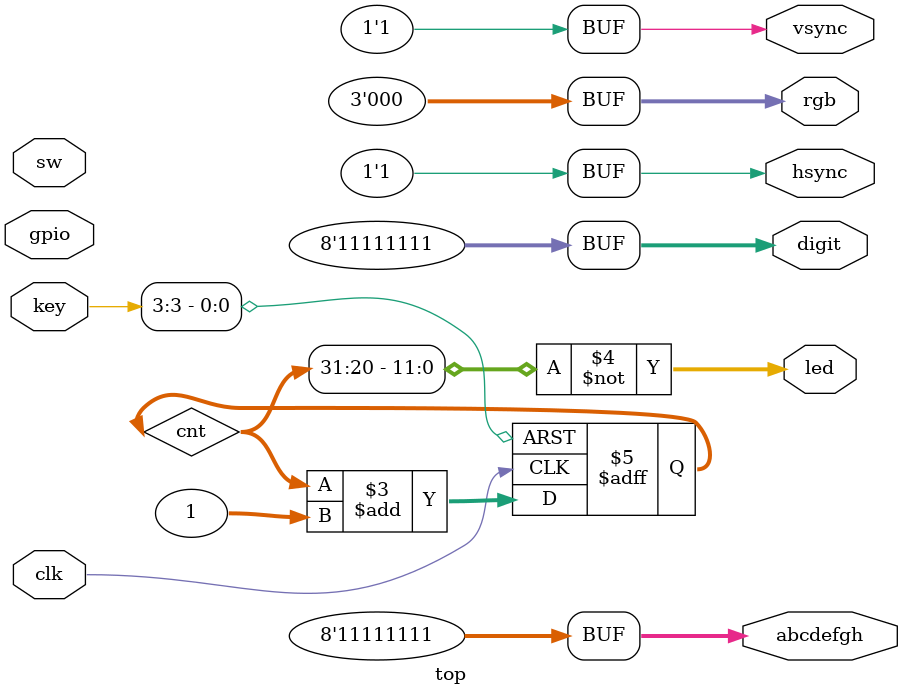
<source format=v>

`include "config.vh"

module top
(
    input         clk,
    input  [ 3:0] key,
    input  [ 7:0] sw,
    output [11:0] led,

    output [ 7:0] abcdefgh,
    output [ 7:0] digit,

    output        vsync,
    output        hsync,
    output [ 2:0] rgb,

    inout  [18:0] gpio
);

    wire reset = ~ key [3];

    assign abcdefgh = 8'hff;
    assign digit    = 8'hff;
    assign hsync    = 1'b1;
    assign vsync    = 1'b1;
    assign rgb      = 3'b0;

    // Exercise 1: Free running counter.
    // How do you change the speed of LED blinking?
    // Try different bit slices to display.

    reg [31:0] cnt;
    
    always @ (posedge clk or posedge reset)
      if (reset)
        cnt <= 32'b0;
      else
        cnt <= cnt + 32'b1;
        
    assign led = ~ cnt [31:20];

    // Exercise 2: Key-controlled counter.
    // Comment out the code above.
    // Uncomment and synthesize the code below.
    // Press the key to see the counter incrementing.
    //
    // Change the design, for example:
    //
    // 1. One key is used to increment, another to decrement.
    //
    // 2. Two counters controlled by different keys
    // displayed in different groups of LEDs.

    /*

    reg key_r;
    
    always @ (posedge clk or posedge reset)
      if (reset)
        key_r <= 1'b0;
      else
        key_r <= key [0];
        
    wire key_pressed = ~ key [0] & key_r;

    reg [11:0] cnt;

    always @ (posedge clk or posedge reset)
      if (reset)
        cnt <= 12'b0;
      else if (key_pressed)
        cnt <= cnt + 12'b1;
        
    assign led = ~ cnt;
    
    */

endmodule

</source>
